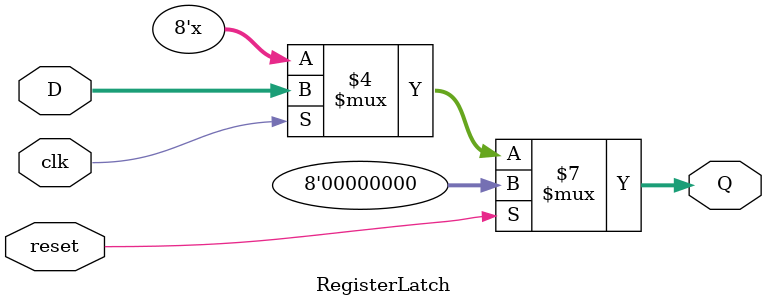
<source format=v>
module RegisterLatch(
	input wire clk,
	input wire [7:0] D,
	input wire reset,
	output reg [7:0] Q
);

	always @(clk, reset) begin
		
		if (reset == 1)
			Q <= 8'b00000000;
		
		else if (clk == 1)
			Q <= D;
		
	end
	
endmodule
</source>
